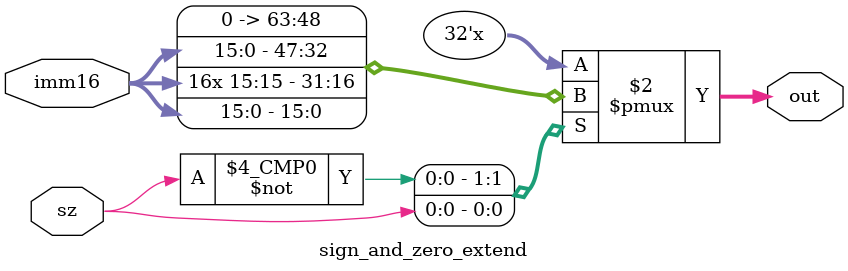
<source format=v>
`timescale 1ns / 1ps

module sign_and_zero_extend(
    input [15:0] imm16,
    input sz,
    output reg [31:0] out
    );
    always @(*) begin
    case (sz)
    0: out <= $unsigned(imm16);
    1: out <= $signed(imm16);
    endcase
    end
endmodule
</source>
